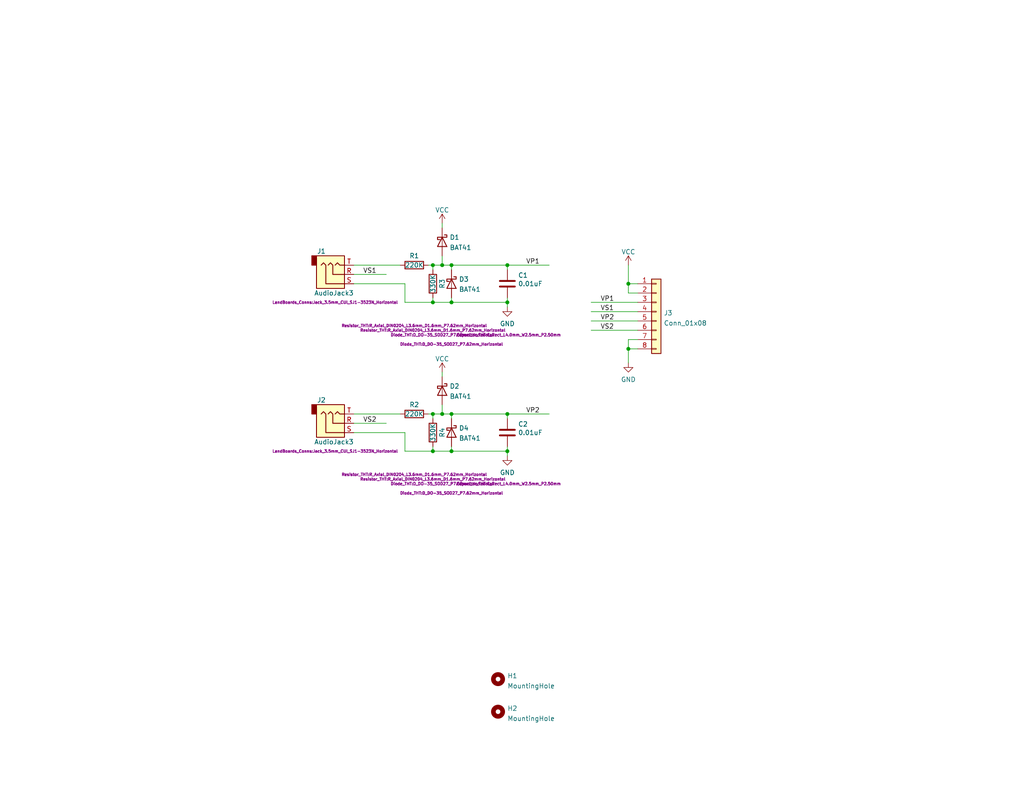
<source format=kicad_sch>
(kicad_sch (version 20211123) (generator eeschema)
  (paper "A")
  (lib_symbols
    (symbol "Connector:AudioJack3"
      (property "Reference" "J" (at 0 8.89 0))
      (property "Value" "AudioJack3" (at 0 6.35 0))
      (symbol "AudioJack3_0_1"
        (rectangle (start -5.08 -5.08) (end -6.35 -2.54) (stroke (width 0.254)) (fill (type outline)))
        (polyline (pts (xy 0 -2.54) (xy 0.635 -3.175) (xy 1.27 -2.54) (xy 2.54 -2.54)) (stroke (width 0.254)))
        (polyline (pts (xy -1.905 -2.54) (xy -1.27 -3.175) (xy -0.635 -2.54) (xy -0.635 0) (xy 2.54 0)) (stroke (width 0.254)))
        (polyline (pts (xy 2.54 2.54) (xy -2.54 2.54) (xy -2.54 -2.54) (xy -3.175 -3.175) (xy -3.81 -2.54)) (stroke (width 0.254)))
        (rectangle (start 2.54 3.81) (end -5.08 -5.08) (stroke (width 0.254)) (fill (type background)))
      )
      (symbol "AudioJack3_1_1"
        (pin passive line (at 5.08 0 180) (length 2.54) (name "~") (number "R"))
        (pin passive line (at 5.08 2.54 180) (length 2.54) (name "~") (number "S"))
        (pin passive line (at 5.08 -2.54 180) (length 2.54) (name "~") (number "T"))
      )
    )
    (symbol "Connector_Generic:Conn_01x08" (pin_names (offset 1.016) hide)
      (property "Reference" "J" (at 0 10.16 0))
      (property "Value" "Conn_01x08" (at 0 -12.7 0))
      (symbol "Conn_01x08_1_1"
        (rectangle (start -1.27 -10.033) (end 0 -10.287) (stroke (width 0.1524)))
        (rectangle (start -1.27 -7.493) (end 0 -7.747) (stroke (width 0.1524)))
        (rectangle (start -1.27 -4.953) (end 0 -5.207) (stroke (width 0.1524)))
        (rectangle (start -1.27 -2.413) (end 0 -2.667) (stroke (width 0.1524)))
        (rectangle (start -1.27 0.127) (end 0 -0.127) (stroke (width 0.1524)))
        (rectangle (start -1.27 2.667) (end 0 2.413) (stroke (width 0.1524)))
        (rectangle (start -1.27 5.207) (end 0 4.953) (stroke (width 0.1524)))
        (rectangle (start -1.27 7.747) (end 0 7.493) (stroke (width 0.1524)))
        (rectangle (start -1.27 8.89) (end 1.27 -11.43) (stroke (width 0.254)) (fill (type background)))
        (pin passive line (at -5.08 7.62 0) (length 3.81) (name "Pin_1") (number "1"))
        (pin passive line (at -5.08 5.08 0) (length 3.81) (name "Pin_2") (number "2"))
        (pin passive line (at -5.08 2.54 0) (length 3.81) (name "Pin_3") (number "3"))
        (pin passive line (at -5.08 0 0) (length 3.81) (name "Pin_4") (number "4"))
        (pin passive line (at -5.08 -2.54 0) (length 3.81) (name "Pin_5") (number "5"))
        (pin passive line (at -5.08 -5.08 0) (length 3.81) (name "Pin_6") (number "6"))
        (pin passive line (at -5.08 -7.62 0) (length 3.81) (name "Pin_7") (number "7"))
        (pin passive line (at -5.08 -10.16 0) (length 3.81) (name "Pin_8") (number "8"))
      )
    )
    (symbol "Device:C" (pin_numbers hide) (pin_names (offset 0.254))
      (property "Reference" "C" (at 0.635 2.54 0))
      (property "Value" "C" (at 0.635 -2.54 0))
      (symbol "C_0_1"
        (polyline (pts (xy -2.032 -0.762) (xy 2.032 -0.762)) (stroke (width 0.508)))
        (polyline (pts (xy -2.032 0.762) (xy 2.032 0.762)) (stroke (width 0.508)))
      )
      (symbol "C_1_1"
        (pin passive line (at 0 3.81 270) (length 2.794) (name "~") (number "1"))
        (pin passive line (at 0 -3.81 90) (length 2.794) (name "~") (number "2"))
      )
    )
    (symbol "Device:D_Schottky" (pin_numbers hide) (pin_names (offset 1.016) hide)
      (property "Reference" "D" (at 0 2.54 0))
      (property "Value" "D_Schottky" (at 0 -2.54 0))
      (symbol "D_Schottky_0_1"
        (polyline (pts (xy 1.27 0) (xy -1.27 0)))
        (polyline (pts (xy 1.27 1.27) (xy 1.27 -1.27) (xy -1.27 0) (xy 1.27 1.27)) (stroke (width 0.254)))
        (polyline (pts (xy -1.905 0.635) (xy -1.905 1.27) (xy -1.27 1.27) (xy -1.27 -1.27) (xy -0.635 -1.27) (xy -0.635 -0.635)) (stroke (width 0.254)))
      )
      (symbol "D_Schottky_1_1"
        (pin passive line (at -3.81 0 0) (length 2.54) (name "K") (number "1"))
        (pin passive line (at 3.81 0 180) (length 2.54) (name "A") (number "2"))
      )
    )
    (symbol "Device:R" (pin_numbers hide) (pin_names (offset 0))
      (property "Reference" "R" (at 2.032 0 90))
      (property "Value" "R" (at 0 0 90))
      (symbol "R_0_1"
        (rectangle (start -1.016 -2.54) (end 1.016 2.54) (stroke (width 0.254)))
      )
      (symbol "R_1_1"
        (pin passive line (at 0 3.81 270) (length 1.27) (name "~") (number "1"))
        (pin passive line (at 0 -3.81 90) (length 1.27) (name "~") (number "2"))
      )
    )
    (symbol "Mechanical:MountingHole" (pin_names (offset 1.016))
      (property "Reference" "H" (at 0 5.08 0))
      (property "Value" "MountingHole" (at 0 3.175 0))
      (symbol "MountingHole_0_1"
        (circle (center 0 0) (radius 1.27) (stroke (width 1.27)))
      )
    )
    (symbol "power:GND" (power) (pin_names (offset 0))
      (property "Value" "GND" (at 0 -3.81 0))
      (symbol "GND_0_1"
        (polyline (pts (xy 0 0) (xy 0 -1.27) (xy 1.27 -1.27) (xy 0 -2.54) (xy -1.27 -1.27) (xy 0 -1.27)))
      )
      (symbol "GND_1_1"
        (pin power_in line (at 0 0 270) (length 0) hide (name "GND") (number "1"))
      )
    )
    (symbol "power:VCC" (power) (pin_names (offset 0))
      (property "Value" "VCC" (at 0 3.81 0))
      (symbol "VCC_0_1"
        (polyline (pts (xy -0.762 1.27) (xy 0 2.54)))
        (polyline (pts (xy 0 0) (xy 0 2.54)))
        (polyline (pts (xy 0 2.54) (xy 0.762 1.27)))
      )
      (symbol "VCC_1_1"
        (pin power_in line (at 0 0 90) (length 0) hide (name "VCC") (number "1"))
      )
    )
  )
  (junction (at 120.65 113.03))
  (junction (at 123.19 123.19))
  (junction (at 138.43 72.39))
  (junction (at 118.11 72.39))
  (junction (at 118.11 123.19))
  (junction (at 118.11 113.03))
  (junction (at 118.11 82.55))
  (junction (at 138.43 82.55))
  (junction (at 123.19 113.03))
  (junction (at 123.19 72.39))
  (junction (at 123.19 82.55))
  (junction (at 171.45 95.25))
  (junction (at 120.65 72.39))
  (junction (at 138.43 123.19))
  (junction (at 138.43 113.03))
  (junction (at 171.45 77.47))
  (wire (pts (xy 149.86 72.39) (xy 138.43 72.39)))
  (wire (pts (xy 171.45 77.47) (xy 173.99 77.47)))
  (wire (pts (xy 171.45 77.47) (xy 171.45 80.01)))
  (wire (pts (xy 96.52 72.39) (xy 109.22 72.39)))
  (wire (pts (xy 118.11 113.03) (xy 118.11 114.3)))
  (wire (pts (xy 96.52 113.03) (xy 109.22 113.03)))
  (wire (pts (xy 123.19 123.19) (xy 118.11 123.19)))
  (wire (pts (xy 171.45 95.25) (xy 171.45 99.06)))
  (wire (pts (xy 116.84 113.03) (xy 118.11 113.03)))
  (wire (pts (xy 138.43 81.28) (xy 138.43 82.55)))
  (wire (pts (xy 138.43 82.55) (xy 138.43 83.82)))
  (wire (pts (xy 118.11 82.55) (xy 118.11 81.28)))
  (wire (pts (xy 110.49 118.11) (xy 96.52 118.11)))
  (wire (pts (xy 120.65 72.39) (xy 123.19 72.39)))
  (wire (pts (xy 118.11 72.39) (xy 120.65 72.39)))
  (wire (pts (xy 118.11 82.55) (xy 110.49 82.55)))
  (wire (pts (xy 120.65 101.6) (xy 120.65 102.87)))
  (wire (pts (xy 96.52 115.57) (xy 105.41 115.57)))
  (wire (pts (xy 161.29 82.55) (xy 173.99 82.55)))
  (wire (pts (xy 123.19 72.39) (xy 123.19 73.66)))
  (wire (pts (xy 120.65 60.96) (xy 120.65 62.23)))
  (wire (pts (xy 120.65 110.49) (xy 120.65 113.03)))
  (wire (pts (xy 171.45 95.25) (xy 173.99 95.25)))
  (wire (pts (xy 120.65 69.85) (xy 120.65 72.39)))
  (wire (pts (xy 171.45 92.71) (xy 171.45 95.25)))
  (wire (pts (xy 118.11 123.19) (xy 110.49 123.19)))
  (wire (pts (xy 123.19 82.55) (xy 138.43 82.55)))
  (wire (pts (xy 171.45 72.39) (xy 171.45 77.47)))
  (wire (pts (xy 161.29 87.63) (xy 173.99 87.63)))
  (wire (pts (xy 118.11 113.03) (xy 120.65 113.03)))
  (wire (pts (xy 123.19 113.03) (xy 123.19 114.3)))
  (wire (pts (xy 173.99 80.01) (xy 171.45 80.01)))
  (wire (pts (xy 138.43 73.66) (xy 138.43 72.39)))
  (wire (pts (xy 138.43 121.92) (xy 138.43 123.19)))
  (wire (pts (xy 110.49 77.47) (xy 96.52 77.47)))
  (wire (pts (xy 161.29 90.17) (xy 173.99 90.17)))
  (wire (pts (xy 123.19 121.92) (xy 123.19 123.19)))
  (wire (pts (xy 138.43 123.19) (xy 138.43 124.46)))
  (wire (pts (xy 118.11 123.19) (xy 118.11 121.92)))
  (wire (pts (xy 123.19 82.55) (xy 118.11 82.55)))
  (wire (pts (xy 110.49 82.55) (xy 110.49 77.47)))
  (wire (pts (xy 138.43 113.03) (xy 123.19 113.03)))
  (wire (pts (xy 123.19 81.28) (xy 123.19 82.55)))
  (wire (pts (xy 118.11 72.39) (xy 118.11 73.66)))
  (wire (pts (xy 116.84 72.39) (xy 118.11 72.39)))
  (wire (pts (xy 161.29 85.09) (xy 173.99 85.09)))
  (wire (pts (xy 138.43 114.3) (xy 138.43 113.03)))
  (wire (pts (xy 173.99 92.71) (xy 171.45 92.71)))
  (wire (pts (xy 149.86 113.03) (xy 138.43 113.03)))
  (wire (pts (xy 96.52 74.93) (xy 105.41 74.93)))
  (wire (pts (xy 123.19 123.19) (xy 138.43 123.19)))
  (wire (pts (xy 138.43 72.39) (xy 123.19 72.39)))
  (wire (pts (xy 120.65 113.03) (xy 123.19 113.03)))
  (wire (pts (xy 110.49 123.19) (xy 110.49 118.11)))
  (label "VP1" (at 163.83 82.55 0))
  (label "VP2" (at 163.83 87.63 0))
  (label "VS1" (at 163.83 85.09 0))
  (label "VS2" (at 99.06 115.57 0))
  (label "VP1" (at 143.51 72.39 0))
  (label "VS1" (at 99.06 74.93 0))
  (label "VP2" (at 143.51 113.03 0))
  (label "VS2" (at 163.83 90.17 0))
  (symbol (lib_id "Connector:AudioJack3") (at 91.44 74.93 0) (mirror x) (unit 1)
    (property "Reference" "J1" (at 88.9 68.58 0) (effects (justify right)))
    (property "Value" "AudioJack3" (at 96.52 80.01 0) (effects (justify right)))
    (property "Footprint" "LandBoards_Conns:Jack_3.5mm_CUI_SJ1-3523N_Horizontal" (at 91.44 82.55 0) (effects (font (size 0.762 0.762))))
    (property "Datasheet" "https://www.mouser.com/ProductDetail/490-SJ1-3523N" (effects hide))
  )
  (symbol (lib_id "Device:D_Schottky") (at 120.65 106.68 270) (unit 1)
    (property "Reference" "D2" (at 122.682 105.454 90) (effects (justify left)))
    (property "Value" "BAT41" (at 122.682 108.2291 90) (effects (justify left)))
    (property "Footprint" "Diode_THT:D_DO-35_SOD27_P7.62mm_Horizontal" (at 120.65 132.08 90) (effects (font (size 0.762 0.762))))
  )
  (symbol (lib_id "power:GND") (at 171.45 99.06 0) (unit 1)
    (property "Reference" "#PWR0106" (effects hide))
    (property "Value" "GND" (at 171.45 103.6225 0))
  )
  (symbol (lib_id "power:VCC") (at 120.65 60.96 0) (unit 1)
    (property "Reference" "#PWR0101" (effects hide))
    (property "Value" "VCC" (at 120.65 57.3555 0))
  )
  (symbol (lib_id "Device:C") (at 138.43 118.11 0) (unit 1)
    (property "Reference" "C2" (at 141.351 115.7986 0) (effects (justify left)))
    (property "Value" "0.01uF" (at 141.351 118.11 0) (effects (justify left)))
    (property "Footprint" "Capacitor_THT:C_Rect_L4.0mm_W2.5mm_P2.50mm" (at 124.46 132.08 0) (effects (font (size 0.762 0.762)) (justify left)))
    (property "Datasheet" "https://www.mouser.com/ProductDetail/TDK/FG18X7R1H473KNT06?qs=qf2ddTMq67Ua7q%2FdN4IhqA%3D%3D" (effects hide))
  )
  (symbol (lib_id "power:VCC") (at 120.65 101.6 0) (unit 1)
    (property "Reference" "#PWR0102" (effects hide))
    (property "Value" "VCC" (at 120.65 97.9955 0))
  )
  (symbol (lib_id "Connector_Generic:Conn_01x08") (at 179.07 85.09 0) (unit 1)
    (property "Reference" "J3" (at 181.102 85.4515 0) (effects (justify left)))
    (property "Value" "Conn_01x08" (at 181.102 88.2266 0) (effects (justify left)))
    (property "Footprint" "Connector_PinHeader_2.54mm:PinHeader_2x04_P2.54mm_Horizontal" (effects hide))
  )
  (symbol (lib_id "power:GND") (at 138.43 124.46 0) (unit 1)
    (property "Reference" "#PWR0103" (effects hide))
    (property "Value" "GND" (at 138.43 129.0225 0))
  )
  (symbol (lib_id "Device:R") (at 118.11 118.11 180) (unit 1)
    (property "Reference" "R4" (at 120.65 118.11 90))
    (property "Value" "330K" (at 118.11 118.11 90))
    (property "Footprint" "Resistor_THT:R_Axial_DIN0204_L3.6mm_D1.6mm_P7.62mm_Horizontal" (at 118.11 130.81 0) (effects (font (size 0.762 0.762))))
    (property "Datasheet" "https://www.mouser.com/ProductDetail/Xicon/299-2.2K-RC?qs=QaPBMFBEHz3RDbXknTj%252ByA%3D%3D" (effects hide))
  )
  (symbol (lib_id "Mechanical:MountingHole") (at 135.89 194.31 0) (unit 1)
    (property "Reference" "H2" (at 138.43 193.4015 0) (effects (justify left)))
    (property "Value" "MountingHole" (at 138.43 196.1766 0) (effects (justify left)))
    (property "Footprint" "LandBoards_MountHoles:MTG-4-40-SMALL" (effects hide))
  )
  (symbol (lib_id "Connector:AudioJack3") (at 91.44 115.57 0) (mirror x) (unit 1)
    (property "Reference" "J2" (at 88.9 109.22 0) (effects (justify right)))
    (property "Value" "AudioJack3" (at 96.52 120.65 0) (effects (justify right)))
    (property "Footprint" "LandBoards_Conns:Jack_3.5mm_CUI_SJ1-3523N_Horizontal" (at 91.44 123.19 0) (effects (font (size 0.762 0.762))))
    (property "Datasheet" "https://www.mouser.com/ProductDetail/490-SJ1-3523N" (effects hide))
  )
  (symbol (lib_id "power:VCC") (at 171.45 72.39 0) (unit 1)
    (property "Reference" "#PWR0105" (effects hide))
    (property "Value" "VCC" (at 171.45 68.7855 0))
  )
  (symbol (lib_id "power:GND") (at 138.43 83.82 0) (unit 1)
    (property "Reference" "#PWR0104" (effects hide))
    (property "Value" "GND" (at 138.43 88.3825 0))
  )
  (symbol (lib_id "Device:C") (at 138.43 77.47 0) (unit 1)
    (property "Reference" "C1" (at 141.351 75.1586 0) (effects (justify left)))
    (property "Value" "0.01uF" (at 141.351 77.47 0) (effects (justify left)))
    (property "Footprint" "Capacitor_THT:C_Rect_L4.0mm_W2.5mm_P2.50mm" (at 124.46 91.44 0) (effects (font (size 0.762 0.762)) (justify left)))
    (property "Datasheet" "https://www.mouser.com/ProductDetail/TDK/FG18X7R1H473KNT06?qs=qf2ddTMq67Ua7q%2FdN4IhqA%3D%3D" (effects hide))
  )
  (symbol (lib_id "Device:R") (at 118.11 77.47 180) (unit 1)
    (property "Reference" "R3" (at 120.65 77.47 90))
    (property "Value" "330K" (at 118.11 77.47 90))
    (property "Footprint" "Resistor_THT:R_Axial_DIN0204_L3.6mm_D1.6mm_P7.62mm_Horizontal" (at 118.11 90.17 0) (effects (font (size 0.762 0.762))))
    (property "Datasheet" "https://www.mouser.com/ProductDetail/Xicon/299-2.2K-RC?qs=QaPBMFBEHz3RDbXknTj%252ByA%3D%3D" (effects hide))
  )
  (symbol (lib_id "Mechanical:MountingHole") (at 135.89 185.42 0) (unit 1)
    (property "Reference" "H1" (at 138.43 184.5115 0) (effects (justify left)))
    (property "Value" "MountingHole" (at 138.43 187.2866 0) (effects (justify left)))
    (property "Footprint" "LandBoards_MountHoles:MTG-4-40-SMALL" (effects hide))
  )
  (symbol (lib_id "Device:R") (at 113.03 72.39 90) (unit 1)
    (property "Reference" "R1" (at 113.03 69.85 90))
    (property "Value" "220K" (at 113.03 72.39 90))
    (property "Footprint" "Resistor_THT:R_Axial_DIN0204_L3.6mm_D1.6mm_P7.62mm_Horizontal" (at 113.03 88.9 90) (effects (font (size 0.762 0.762))))
    (property "Datasheet" "https://www.mouser.com/ProductDetail/Xicon/299-2.2K-RC?qs=QaPBMFBEHz3RDbXknTj%252ByA%3D%3D" (effects hide))
  )
  (symbol (lib_id "Device:D_Schottky") (at 120.65 66.04 270) (unit 1)
    (property "Reference" "D1" (at 122.682 64.814 90) (effects (justify left)))
    (property "Value" "BAT41" (at 122.682 67.5891 90) (effects (justify left)))
    (property "Footprint" "Diode_THT:D_DO-35_SOD27_P7.62mm_Horizontal" (at 120.65 91.44 90) (effects (font (size 0.762 0.762))))
  )
  (symbol (lib_id "Device:D_Schottky") (at 123.19 77.47 270) (unit 1)
    (property "Reference" "D3" (at 125.222 76.244 90) (effects (justify left)))
    (property "Value" "BAT41" (at 125.222 79.0191 90) (effects (justify left)))
    (property "Footprint" "Diode_THT:D_DO-35_SOD27_P7.62mm_Horizontal" (at 123.19 93.98 90) (effects (font (size 0.762 0.762))))
  )
  (symbol (lib_id "Device:D_Schottky") (at 123.19 118.11 270) (unit 1)
    (property "Reference" "D4" (at 125.222 116.884 90) (effects (justify left)))
    (property "Value" "BAT41" (at 125.222 119.6591 90) (effects (justify left)))
    (property "Footprint" "Diode_THT:D_DO-35_SOD27_P7.62mm_Horizontal" (at 123.19 134.62 90) (effects (font (size 0.762 0.762))))
  )
  (symbol (lib_id "Device:R") (at 113.03 113.03 90) (unit 1)
    (property "Reference" "R2" (at 113.03 110.49 90))
    (property "Value" "220K" (at 113.03 113.03 90))
    (property "Footprint" "Resistor_THT:R_Axial_DIN0204_L3.6mm_D1.6mm_P7.62mm_Horizontal" (at 113.03 129.54 90) (effects (font (size 0.762 0.762))))
    (property "Datasheet" "https://www.mouser.com/ProductDetail/Xicon/299-2.2K-RC?qs=QaPBMFBEHz3RDbXknTj%252ByA%3D%3D" (effects hide))
  )
)
</source>
